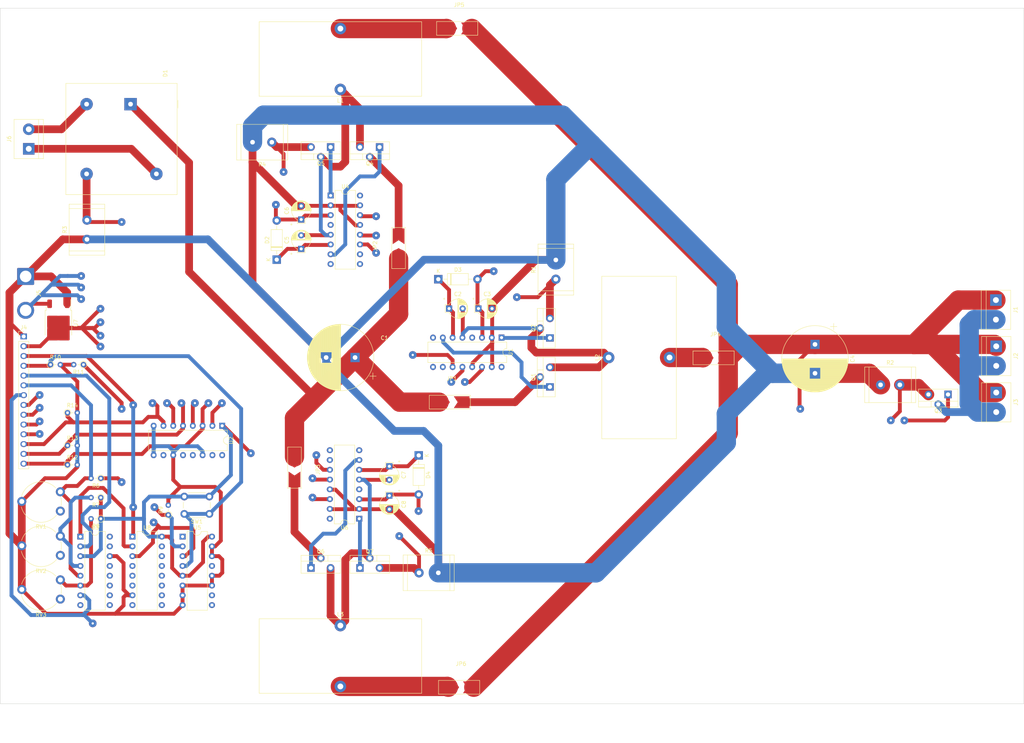
<source format=kicad_pcb>
(kicad_pcb (version 20221018) (generator pcbnew)

  (general
    (thickness 1.6)
  )

  (paper "A3")
  (layers
    (0 "F.Cu" signal)
    (1 "In1.Cu" signal)
    (2 "In2.Cu" signal)
    (3 "In3.Cu" signal)
    (4 "In4.Cu" signal)
    (5 "In5.Cu" signal)
    (6 "In6.Cu" signal)
    (31 "B.Cu" signal)
    (32 "B.Adhes" user "B.Adhesive")
    (33 "F.Adhes" user "F.Adhesive")
    (34 "B.Paste" user)
    (35 "F.Paste" user)
    (36 "B.SilkS" user "B.Silkscreen")
    (37 "F.SilkS" user "F.Silkscreen")
    (38 "B.Mask" user)
    (39 "F.Mask" user)
    (40 "Dwgs.User" user "User.Drawings")
    (41 "Cmts.User" user "User.Comments")
    (42 "Eco1.User" user "User.Eco1")
    (43 "Eco2.User" user "User.Eco2")
    (44 "Edge.Cuts" user)
    (45 "Margin" user)
    (46 "B.CrtYd" user "B.Courtyard")
    (47 "F.CrtYd" user "F.Courtyard")
    (48 "B.Fab" user)
    (49 "F.Fab" user)
    (50 "User.1" user)
    (51 "User.2" user)
    (52 "User.3" user)
    (53 "User.4" user)
    (54 "User.5" user)
    (55 "User.6" user)
    (56 "User.7" user)
    (57 "User.8" user)
    (58 "User.9" user)
  )

  (setup
    (stackup
      (layer "F.SilkS" (type "Top Silk Screen"))
      (layer "F.Paste" (type "Top Solder Paste"))
      (layer "F.Mask" (type "Top Solder Mask") (thickness 0.01))
      (layer "F.Cu" (type "copper") (thickness 0.035))
      (layer "dielectric 1" (type "prepreg") (thickness 0.1) (material "FR4") (epsilon_r 4.5) (loss_tangent 0.02))
      (layer "In1.Cu" (type "copper") (thickness 0.035))
      (layer "dielectric 2" (type "core") (thickness 0.3) (material "FR4") (epsilon_r 4.5) (loss_tangent 0.02))
      (layer "In2.Cu" (type "copper") (thickness 0.035))
      (layer "dielectric 3" (type "prepreg") (thickness 0.1) (material "FR4") (epsilon_r 4.5) (loss_tangent 0.02))
      (layer "In3.Cu" (type "copper") (thickness 0.035))
      (layer "dielectric 4" (type "core") (thickness 0.3) (material "FR4") (epsilon_r 4.5) (loss_tangent 0.02))
      (layer "In4.Cu" (type "copper") (thickness 0.035))
      (layer "dielectric 5" (type "prepreg") (thickness 0.1) (material "FR4") (epsilon_r 4.5) (loss_tangent 0.02))
      (layer "In5.Cu" (type "copper") (thickness 0.035))
      (layer "dielectric 6" (type "core") (thickness 0.3) (material "FR4") (epsilon_r 4.5) (loss_tangent 0.02))
      (layer "In6.Cu" (type "copper") (thickness 0.035))
      (layer "dielectric 7" (type "prepreg") (thickness 0.1) (material "FR4") (epsilon_r 4.5) (loss_tangent 0.02))
      (layer "B.Cu" (type "copper") (thickness 0.035))
      (layer "B.Mask" (type "Bottom Solder Mask") (thickness 0.01))
      (layer "B.Paste" (type "Bottom Solder Paste"))
      (layer "B.SilkS" (type "Bottom Silk Screen"))
      (copper_finish "None")
      (dielectric_constraints no)
    )
    (pad_to_mask_clearance 0)
    (pcbplotparams
      (layerselection 0x00010fc_ffffffff)
      (plot_on_all_layers_selection 0x0000000_00000000)
      (disableapertmacros false)
      (usegerberextensions false)
      (usegerberattributes true)
      (usegerberadvancedattributes true)
      (creategerberjobfile true)
      (dashed_line_dash_ratio 12.000000)
      (dashed_line_gap_ratio 3.000000)
      (svgprecision 4)
      (plotframeref false)
      (viasonmask false)
      (mode 1)
      (useauxorigin false)
      (hpglpennumber 1)
      (hpglpenspeed 20)
      (hpglpendiameter 15.000000)
      (dxfpolygonmode true)
      (dxfimperialunits true)
      (dxfusepcbnewfont true)
      (psnegative false)
      (psa4output false)
      (plotreference true)
      (plotvalue true)
      (plotinvisibletext false)
      (sketchpadsonfab false)
      (subtractmaskfromsilk false)
      (outputformat 1)
      (mirror false)
      (drillshape 1)
      (scaleselection 1)
      (outputdirectory "")
    )
  )

  (net 0 "")
  (net 1 "Vunreg")
  (net 2 "GND")
  (net 3 "Net-(D3-K)")
  (net 4 "Net-(U1-VS)")
  (net 5 "+12V")
  (net 6 "Vo+")
  (net 7 "Net-(D2-K)")
  (net 8 "Net-(U4-VS)")
  (net 9 "Net-(D4-K)")
  (net 10 "Net-(U6-VS)")
  (net 11 "NEUT")
  (net 12 "ISenseIn")
  (net 13 "LINE")
  (net 14 "Vo-")
  (net 15 "OutDisableMCU")
  (net 16 "OutEn")
  (net 17 "VoOver")
  (net 18 "VoSense")
  (net 19 "ISenseOut")
  (net 20 "ISenseP3")
  (net 21 "ISenseP2")
  (net 22 "ISenseP1")
  (net 23 "SigCom3")
  (net 24 "SigCom2")
  (net 25 "SigCom1")
  (net 26 "/Phase/Vin")
  (net 27 "/Phase1/Vin")
  (net 28 "/Phase2/Vin")
  (net 29 "/Phase/Vout")
  (net 30 "/Phase1/Vout")
  (net 31 "/Phase2/Vout")
  (net 32 "Net-(U1-HO)")
  (net 33 "Net-(U1-LO)")
  (net 34 "OutEnLatched")
  (net 35 "Net-(U4-HO)")
  (net 36 "Net-(U4-LO)")
  (net 37 "Net-(U6-HO)")
  (net 38 "Net-(U6-LO)")
  (net 39 "+3.3V")
  (net 40 "VoRef")
  (net 41 "OutOvercurrentRef")
  (net 42 "OutDisable")
  (net 43 "unconnected-(RV1-Pad3)")
  (net 44 "unconnected-(RV2-Pad3)")
  (net 45 "unconnected-(RV3-Pad3)")
  (net 46 "unconnected-(U1-NC-Pad4)")
  (net 47 "unconnected-(U1-NC-Pad8)")
  (net 48 "/Phase/nSigCom")
  (net 49 "unconnected-(U1-NC-Pad14)")
  (net 50 "/Phase1/nSigCom")
  (net 51 "/Phase2/nSigCom")
  (net 52 "unconnected-(U2-Pad10)")
  (net 53 "unconnected-(U2-Pad12)")
  (net 54 "OutDisableOvercurrent")
  (net 55 "unconnected-(U3D---Pad8)")
  (net 56 "unconnected-(U3D-+-Pad9)")
  (net 57 "unconnected-(U3C---Pad10)")
  (net 58 "unconnected-(U3C-+-Pad11)")
  (net 59 "unconnected-(U3-Pad13)")
  (net 60 "unconnected-(U3-Pad14)")
  (net 61 "unconnected-(U4-NC-Pad4)")
  (net 62 "unconnected-(U4-NC-Pad8)")
  (net 63 "unconnected-(U4-NC-Pad14)")
  (net 64 "unconnected-(U5-Pad1)")
  (net 65 "unconnected-(U5-Pad9)")
  (net 66 "unconnected-(U5-Pad10)")
  (net 67 "unconnected-(U6-NC-Pad4)")
  (net 68 "unconnected-(U6-NC-Pad8)")
  (net 69 "unconnected-(U6-NC-Pad14)")
  (net 70 "unconnected-(U8-Pad4)")
  (net 71 "unconnected-(U8-Pad5)")
  (net 72 "unconnected-(U8-Pad6)")
  (net 73 "unconnected-(U8-Pad8)")
  (net 74 "unconnected-(U8-Pad9)")
  (net 75 "unconnected-(U8-Pad10)")
  (net 76 "unconnected-(U8-Pad11)")
  (net 77 "unconnected-(U8-Pad12)")
  (net 78 "unconnected-(U8-Pad13)")
  (net 79 "unconnected-(U2-Pad15)")

  (footprint "ProjLib:CP_Radial_D5.0mm_P2.50mm_spaced" (layer "F.Cu") (at 91.07 66.33137 90))

  (footprint "Resistor_THT:R_Axial_DIN0204_L3.6mm_D1.6mm_P2.54mm_Vertical" (layer "F.Cu") (at 30.46 131.015))

  (footprint "Capacitor_THT:CP_Radial_D17.0mm_P7.50mm" (layer "F.Cu") (at 224.33 99.756103 -90))

  (footprint "ProjLib:SolderJumper-2_P1.3mm_Open_TrianglePad_thick" (layer "F.Cu") (at 129.624 114.75137))

  (footprint "ProjLib:CP_Radial_D5.0mm_P2.50mm_spaced" (layer "F.Cu") (at 113.93 140.03137 -90))

  (footprint "Connector_Wire:SolderWire-2.5sqmm_1x02_P8.8mm_D2.4mm_OD4.4mm" (layer "F.Cu") (at 19.6 82.115 -90))

  (footprint "Potentiometer_THT:Potentiometer_Piher_PT-10-V10_Vertical" (layer "F.Cu") (at 28.6 160.865 180))

  (footprint "Diode_THT:Diode_Bridge_GeneSiC_KBPC_W" (layer "F.Cu") (at 46.81 37.41 -90))

  (footprint "ProjLib:SolderJumper-2_P1.3mm_Open_TrianglePad_thick" (layer "F.Cu") (at 116.33 74.75137 90))

  (footprint "Button_Switch_THT:SW_PUSH_6mm_H5mm" (layer "F.Cu") (at 67.25 143.75 180))

  (footprint "Resistor_THT:R_Axial_DIN0204_L3.6mm_D1.6mm_P2.54mm_Vertical" (layer "F.Cu") (at 34.6 105.015 180))

  (footprint "ProjLib:CP_Radial_D5.0mm_P2.50mm_spaced" (layer "F.Cu") (at 113.93 132.41137 -90))

  (footprint "Resistor_THT:R_Radial_Power_L13.0mm_W9.0mm_P5.00mm" (layer "F.Cu") (at 35.5 72.5 90))

  (footprint "TerminalBlock:TerminalBlock_bornier-2_P5.08mm" (layer "F.Cu") (at 271.33 112.25137 -90))

  (footprint "ProjLib:SolderJumper-2_P1.3mm_Open_TrianglePad_thick" (layer "F.Cu") (at 132.02 188.75137))

  (footprint "ProjLib:SolderJumper-2_P1.3mm_Open_TrianglePad_thick" (layer "F.Cu") (at 131.52 17.75137))

  (footprint "TerminalBlock:TerminalBlock_bornier-2_P5.08mm" (layer "F.Cu") (at 271.25 88.25137 -90))

  (footprint "Resistor_THT:R_Radial_Power_L13.0mm_W9.0mm_P5.00mm" (layer "F.Cu") (at 121.63 159.04137))

  (footprint "ProjLib:TO-220-3_Vertical_stagger" (layer "F.Cu") (at 93.61 157.77137))

  (footprint "ProjLib:DIP-14_W7.62mm_inDIP16" (layer "F.Cu") (at 106.12 145 180))

  (footprint "ProjLib:TO-220-3_Vertical_stagger" (layer "F.Cu") (at 155.5725 98.08137 90))

  (footprint "Resistor_THT:R_Axial_DIN0204_L3.6mm_D1.6mm_P2.54mm_Vertical" (layer "F.Cu") (at 39.1 145.015 180))

  (footprint "ProjLib:DIP-14_W7.62mm_inDIP16" (layer "F.Cu")
    (tstamp 66f73305-4f89-4ba3-a7ca-f47b63896af2)
    (at 143.04 98 -90)
    (descr "16-lead though-hole mounted DIP package, row spacing 7.62 mm (300 mils)")
    (tags "THT DIP DIL PDIP 2.54mm 7.62mm 300mil")
    (property "Sheetfile" "phase.kicad_sch")
    (property "Sheetname" "Phase")
    (property "ki_description" "High and Low Side Driver, 500V, 2.0/2.0A, PDIP-14")
    (property "ki_keywords" "Gate Driver")
    (path "/728df3e7-3f3a-4e38-b1e6-aa51f97bdd66/01837225-b2c0-4216-ab06-c41de6d30497")
    (attr through_hole)
    (fp_text reference "U1" (at 3.81 -2.33 90) (layer "F.SilkS")
        (effects (font (size 1 1) (thickness 0.15)))
      (tstamp 034f9460-770f-4383-b593-43230c902150)
    )
    (fp_text value "IR2110" (at 3.81 20.11 90) (layer "F.Fab")
        (effects (font (size 1 1) (thickness 0.15)))
      (tstamp 19c1ad7d-5cce-4a77-b946-8badd75993c6)
    )
    (fp_text user "${REFERENCE}" (at 3.81 8.89 90) (layer "F.Fab")
        (effects (font (size 1 1) (thickness 0.15)))
      (tstamp 578e1acf-a6f6-4803-9401-253dc971d3a1)
    )
    (fp_line (start 1.16 -1.33) (end 1.16 19.11)
      (stroke (width 0.12) (type solid)) (layer "F.SilkS") (tstamp f1d26dc6-ed9b-4462-86f4-d946c41429f9))
    (fp_line (start 1.16 19.11) (end 6.46 19.11)
      (stroke (width 0.12) (type solid)) (layer "F.SilkS") (tstamp 44b7b049-0038-419d-b4c3-9910a586f3b6))
    (fp_line (start 2.81 -1.33) (end 1.16 -1.33)
      (stroke (width 0.12) (type solid)) (layer "F.SilkS") (tstamp 04562931-690e-4e79-b7f5-e5b8d89f54de))
    (fp_line (start 6.46 -1.33) (end 4.81 -1.33)
      (stroke (width 0.12) (type solid)) (layer "F.SilkS") (tstamp ee5efce3-c379-4c9d-9e52-996bb0e05089))
    (fp_line (start 6.46 19.11) (end 6.46 -1.33)
      (stroke (width 0.12) (type solid)) (layer "F.SilkS") (tstamp 24a923fb-c28a-4324-a62c-09bd2b2a57cf))
    (fp_arc (start 4.81 -1.33) (mid 3.81 -0.33) (end 2.81 -1.33)
      (stroke (width 0.12) (type solid)) (layer "F.SilkS") (tstamp a938e6a4-2c81-4895-b228-ebe7bf014e89))
    (fp_line (start -1.1 -1.55) (end -1.1 19.3)
      (stroke (width 0.05) (type solid)) (layer "F.CrtYd") (tstamp 8baacb7a-0608-4a79-b3b3-4e8125c3f1c1))
    (fp_line (start -1.1 19.3) (end 8.7 19.3)
      (stroke (width 0.05) (type solid)) (layer "F.CrtYd") (tstamp 60411e35-9053-4963-bd04-bb78e70b40b4))
    (fp_line (start 8.7 -1.55) (end -1.1 -1.55)
      (stroke (width 0.05) (type solid)) (layer "F.CrtYd") (tstamp 4b83fefe-ff4b-4057-9f63-ae1a0ffaa4ea))
    (fp_line (start 8.7 19.3) (end 8.7 -1.55)
      (stroke (width 0.05) (type solid)) (layer "F.CrtYd") (tstamp cd1d7c26-369a-4bfa-87f9-228e09b4513d))
    (fp_line (start 0.635 -0.27) (end 1.635 -1.27)
      (stroke (width 0.1) (type solid)) (layer "F.Fab") (tstamp 6c1ef97d-21c2-43f7-b621-78140cf83701))
    (fp_line (start 0.635 19.05) (end 0.635 -0.27)
      (stroke (width 0.1) (type solid)) (layer "F.Fab") (tstamp f55c7384-44b6-41c9-9d84-cb67ec370404))
    (fp_line (start 1.635 -1.27) (end 6.985 -1.27)
      (stroke (width 0.1) (type solid)) (layer "F.Fab") (tstamp 498e9612-7e21-459e-a96e-79aa25689570))
    (fp_line (start 6.985 -1.27) (end 6.985 19.05)
      (stroke (width 0.1) (type solid)) (layer "F.Fab") (tstamp 0b01120e-3092-460c-9ee6-f78a507d216b))
    (fp_line (start 6.985 19.05) (end 0.635 19.05)
      (stroke (width 0.1) (type solid)) (layer "F.Fab") (tstamp e27cbdd6-25a9-4a23-be14-39f5c3dec41f))
    (pad "" thru_hole oval (at 0 17.78 270) (size 1.6 1.5) (drill 0.8) (layers "*.Cu" "*.Mask") (tstamp 598903f4-454a-4e41-85d3-7d6958c53e66))
    (pad "" thru_hole oval (at 7.62 17.78 270) (size 1.6 1.5) (drill 0.8) (layers "*.Cu" "*.Mask") (tstamp bc0454e5-5d9b-4cb8-b58a-591306087af9))
    (pad "1" thru_hole rect (at 0 0 270) (size 1.6 1.5) (drill 0.8) (layers "*.Cu" "*.Mask")
      (net 33 "Net-(U1-LO)") (pinfunction "LO") (pintype "output") (tstamp ee4bcf4e-1c19-4d3a-9607-cc81f6bc7200))
    (pad "2" thru_hole oval (at 0 2.54 270) (size 1.6 1.5) (drill 0.8) (layers "*.Cu" "*.Mask")
      (net 2 "GND") (pinfunction "COM") (pintype "power_in") (tstamp 59a3719c-c7c9-4a1e-926e-10778c0aeeaf))
    (pad "3" thru_hole oval (at 0 5.08 270) (size 1.6 1.5) (drill 0.8) (layers "*.Cu" "*.Mask")
      (net 5 "+12V") (pinfunction "VCC") (pintype "power_in") (tstamp ea502b9a-a43d-4a9c-b182-a749d7ad9348))
    (pad "4" thru_hole oval (at 0 7.62 270) (size 1.6 1.5) (drill 0.8) (layers "*.Cu" "*.Mask")
      (net 46 "unconnected-(U1-NC-Pad4)") (pinfunction "NC") (pintype "no_connect") (tstamp 72068f41-6069-4dd6-9706-ab01b699451a))
    (pad "5" thru_hole oval (at 0 10.16 270) (size 1.6 1.5) (drill 0.8) (layers "*.Cu" "*.Mask")
      (net 4 "Net-(U1-VS)") (pinfunction "VS") (pintype "passive") (tstamp 03fe8601-9584-4113-8d54-93ddc06d0d38))
    (pad "6" thru_hole oval (at 0 12.7 270) (size 1.6 1.5) (drill 0.8) (layers "*.Cu" "*.Mask")
      (net 3 "Net-(D3-K)") (pinfunction "VB") (pintype "passive") (tstamp 39c15028-37f5-4698-b739-c4b096552894))
    (pad "7" thru_hole oval (at 0 15.24 270) (size 1.6 1.5) (drill 0.8) (layers "*.Cu" "*.Mask")
      (net 32 "Net-(U1-HO)") (pinfunction "HO") (pintype "output") (tstamp 710e0ff8-da7b-4358-b21e-4c2ad6ccb4d7))
    (pad "8" thru_hole oval (at 7.62 15.24 270) (size 1.6 1.5) (drill 0.8) (layers "*.Cu" "*.Mask")
      (net 47 "unconnected-(U1-NC-Pad8)") (pinfunction "NC") (pintype "no_connect") (tstamp 6be3536d-1d88-4ea5-a786-34532eb71c16))
    (pad "9" thru_hole oval (at 7.62 12.7 270) (size 1.6 1.5) (drill 0.8) (layers "*.Cu" "*.Mask")
      (net 39 "+3.3V") (pinfunction "VDD") (pintype "power_in") (tstamp ca0c9c53-cbbf-463b-916e-080ed5a612b0))
    (pad "10" thru_hole oval (at 7.62 10.16 270) (size 1.6 1.5) (drill 0.8) (layers "*.Cu" "*.Mask")
      (net 25 "SigCom1") (pinfunction "HIN") (pintype "input") (tstamp ab3fe05d-391c-4c8
... [362439 chars truncated]
</source>
